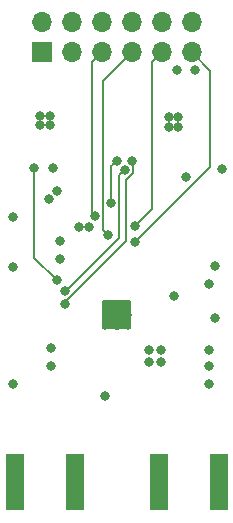
<source format=gbr>
G04 #@! TF.GenerationSoftware,KiCad,Pcbnew,5.1.2*
G04 #@! TF.CreationDate,2019-05-07T22:25:54+02:00*
G04 #@! TF.ProjectId,SX1257_pmod,53583132-3537-45f7-906d-6f642e6b6963,rev?*
G04 #@! TF.SameCoordinates,Original*
G04 #@! TF.FileFunction,Copper,L4,Bot*
G04 #@! TF.FilePolarity,Positive*
%FSLAX46Y46*%
G04 Gerber Fmt 4.6, Leading zero omitted, Abs format (unit mm)*
G04 Created by KiCad (PCBNEW 5.1.2) date 2019-05-07 22:25:54*
%MOMM*%
%LPD*%
G04 APERTURE LIST*
%ADD10R,1.524000X4.800000*%
%ADD11O,1.700000X1.700000*%
%ADD12R,1.700000X1.700000*%
%ADD13C,0.100000*%
%ADD14C,2.500000*%
%ADD15C,0.500000*%
%ADD16C,0.800000*%
%ADD17C,0.342900*%
%ADD18C,0.203200*%
%ADD19C,0.202000*%
G04 APERTURE END LIST*
D10*
X133096000Y-65613000D03*
X128016000Y-65613000D03*
X115824000Y-65613000D03*
X120904000Y-65613000D03*
D11*
X130810000Y-26670000D03*
X130810000Y-29210000D03*
X128270000Y-26670000D03*
X128270000Y-29210000D03*
X125730000Y-26670000D03*
X125730000Y-29210000D03*
X123190000Y-26670000D03*
X123190000Y-29210000D03*
X120650000Y-26670000D03*
X120650000Y-29210000D03*
X118110000Y-26670000D03*
D12*
X118110000Y-29210000D03*
D13*
G36*
X125484504Y-50186204D02*
G01*
X125508773Y-50189804D01*
X125532571Y-50195765D01*
X125555671Y-50204030D01*
X125577849Y-50214520D01*
X125598893Y-50227133D01*
X125618598Y-50241747D01*
X125636777Y-50258223D01*
X125653253Y-50276402D01*
X125667867Y-50296107D01*
X125680480Y-50317151D01*
X125690970Y-50339329D01*
X125699235Y-50362429D01*
X125705196Y-50386227D01*
X125708796Y-50410496D01*
X125710000Y-50435000D01*
X125710000Y-52435000D01*
X125708796Y-52459504D01*
X125705196Y-52483773D01*
X125699235Y-52507571D01*
X125690970Y-52530671D01*
X125680480Y-52552849D01*
X125667867Y-52573893D01*
X125653253Y-52593598D01*
X125636777Y-52611777D01*
X125618598Y-52628253D01*
X125598893Y-52642867D01*
X125577849Y-52655480D01*
X125555671Y-52665970D01*
X125532571Y-52674235D01*
X125508773Y-52680196D01*
X125484504Y-52683796D01*
X125460000Y-52685000D01*
X123460000Y-52685000D01*
X123435496Y-52683796D01*
X123411227Y-52680196D01*
X123387429Y-52674235D01*
X123364329Y-52665970D01*
X123342151Y-52655480D01*
X123321107Y-52642867D01*
X123301402Y-52628253D01*
X123283223Y-52611777D01*
X123266747Y-52593598D01*
X123252133Y-52573893D01*
X123239520Y-52552849D01*
X123229030Y-52530671D01*
X123220765Y-52507571D01*
X123214804Y-52483773D01*
X123211204Y-52459504D01*
X123210000Y-52435000D01*
X123210000Y-50435000D01*
X123211204Y-50410496D01*
X123214804Y-50386227D01*
X123220765Y-50362429D01*
X123229030Y-50339329D01*
X123239520Y-50317151D01*
X123252133Y-50296107D01*
X123266747Y-50276402D01*
X123283223Y-50258223D01*
X123301402Y-50241747D01*
X123321107Y-50227133D01*
X123342151Y-50214520D01*
X123364329Y-50204030D01*
X123387429Y-50195765D01*
X123411227Y-50189804D01*
X123435496Y-50186204D01*
X123460000Y-50185000D01*
X125460000Y-50185000D01*
X125484504Y-50186204D01*
X125484504Y-50186204D01*
G37*
D14*
X124460000Y-51435000D03*
D15*
X123460000Y-50435000D03*
X124460000Y-50435000D03*
X125460000Y-50435000D03*
X123460000Y-51435000D03*
X124460000Y-51435000D03*
X125460000Y-51435000D03*
X123460000Y-52435000D03*
X124460000Y-52435000D03*
X125460000Y-52435000D03*
D16*
X130344547Y-39749810D03*
X115697000Y-47371000D03*
X123444000Y-58293000D03*
X115697000Y-57277000D03*
X133159500Y-67437000D03*
X133159500Y-66167000D03*
X133159500Y-63627000D03*
X133159500Y-64897000D03*
X128079500Y-67437000D03*
X128079500Y-66167000D03*
X128079500Y-64897000D03*
X128079500Y-63627000D03*
X115824000Y-66167000D03*
X115824000Y-63627000D03*
X115824000Y-67437000D03*
X115824000Y-64897000D03*
X119634000Y-46736000D03*
X119634000Y-45212000D03*
X120904000Y-66167000D03*
X120904000Y-63627000D03*
X120904000Y-67437000D03*
X120904000Y-64897000D03*
X129540000Y-30734000D03*
X131064000Y-30734000D03*
X115697000Y-43180000D03*
X119400000Y-40999996D03*
X118700000Y-41650000D03*
X118900000Y-55800000D03*
X129335233Y-49889663D03*
X132300000Y-54400000D03*
X132300000Y-55800000D03*
X132300000Y-57300000D03*
X132300000Y-48800000D03*
X132800000Y-47300000D03*
X132800000Y-51700000D03*
X133350000Y-39116000D03*
X119061456Y-39040990D03*
X121300000Y-44000000D03*
X122100000Y-44000000D03*
X118000000Y-34600000D03*
X118800000Y-34600000D03*
X118800000Y-35400000D03*
X118000000Y-35400000D03*
X128900000Y-35500000D03*
X129700000Y-35500000D03*
X128900000Y-34700000D03*
X129700000Y-34700000D03*
X118900000Y-54250000D03*
X128200000Y-54400000D03*
X128200000Y-55400000D03*
X127200000Y-55400000D03*
X127200000Y-54400000D03*
X120130015Y-50508334D03*
X125784321Y-38389560D03*
X125150000Y-39149998D03*
X120125090Y-49450000D03*
X119380000Y-48514000D03*
X117475000Y-38988996D03*
X124000000Y-42000000D03*
X124491948Y-38388429D03*
X126000000Y-45300000D03*
X122639299Y-43114988D03*
X126029700Y-43900000D03*
X123700000Y-44700000D03*
D17*
X132986500Y-65994000D02*
X133159500Y-66167000D01*
X115633500Y-66167000D02*
X116095500Y-66167000D01*
X120713500Y-66167000D02*
X121175500Y-66167000D01*
D18*
X125881282Y-38486521D02*
X125784321Y-38389560D01*
X125881282Y-39438065D02*
X125881282Y-38486521D01*
X120130015Y-50369985D02*
X125279189Y-45220811D01*
X120130015Y-50508334D02*
X120130015Y-50369985D01*
X125279189Y-45220811D02*
X125279189Y-40040158D01*
X125279189Y-40040158D02*
X125881282Y-39438065D01*
X125150000Y-39149998D02*
X124675001Y-39624997D01*
X120525089Y-49050001D02*
X120125090Y-49450000D01*
X124675001Y-39624997D02*
X124675001Y-44900089D01*
X124675001Y-44900089D02*
X120525089Y-49050001D01*
X119380000Y-48514000D02*
X117475000Y-46609000D01*
X117475000Y-46609000D02*
X117475000Y-38988996D01*
X124000000Y-42000000D02*
X124000000Y-38880377D01*
X124000000Y-38880377D02*
X124091949Y-38788428D01*
X124091949Y-38788428D02*
X124491948Y-38388429D01*
X132400000Y-38900000D02*
X126000000Y-45300000D01*
X130810000Y-29210000D02*
X132400000Y-30800000D01*
X132400000Y-30800000D02*
X132400000Y-38900000D01*
X122340001Y-42815690D02*
X122639299Y-43114988D01*
X123190000Y-29210000D02*
X122340001Y-30059999D01*
X122340001Y-30059999D02*
X122340001Y-42815690D01*
D19*
X128270000Y-29210000D02*
X127420001Y-30059999D01*
X127420001Y-30059999D02*
X127420001Y-42509699D01*
X127420001Y-42509699D02*
X126429699Y-43500001D01*
X126429699Y-43500001D02*
X126029700Y-43900000D01*
X123300001Y-31639999D02*
X123300001Y-44300001D01*
X123300001Y-44300001D02*
X123700000Y-44700000D01*
X125730000Y-29210000D02*
X123300001Y-31639999D01*
M02*

</source>
